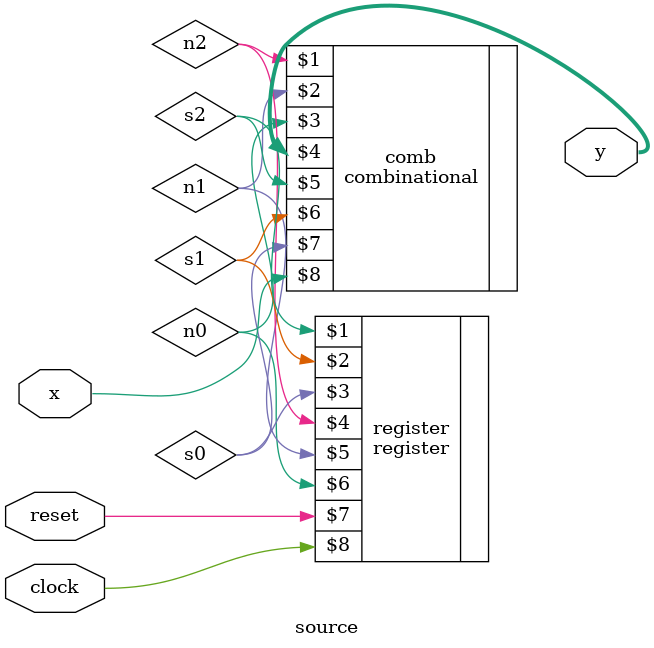
<source format=v>
`timescale 1ns/1ns

module source(y, x, reset, clock);

  output [1:0]y;
  input x, clock, reset;

  wire n2,n1,n0,s2,s1,s0;

  combinational comb(n2, n1, n0, y, s2, s1, s0, x);
  register register(s2, s1, s0, n2, n1, n0, reset, clock);

endmodule
</source>
